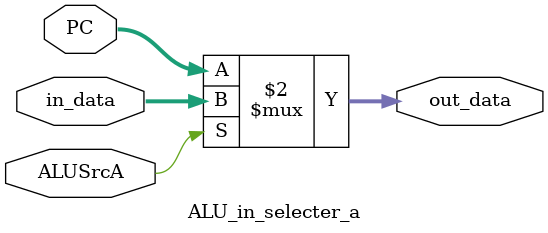
<source format=v>
module ALU_in_selecter_a( PC, in_data, ALUSrcA, out_data ) ;

input [31:0] PC;
input [31:0] in_data ;
input ALUSrcA ;

output [31:0] out_data ;

assign out_data = ( ALUSrcA == 1 ) ? in_data : PC ;

endmodule

</source>
